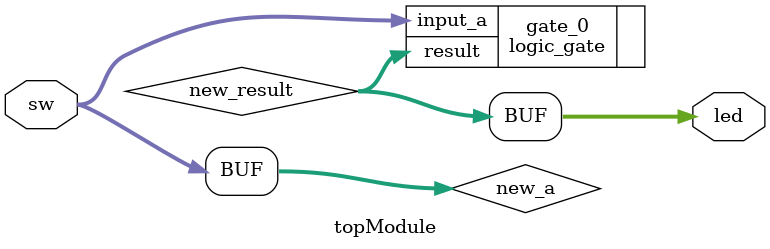
<source format=v>
`timescale 1ns / 1ps


module topModule(
input [1:0] sw,
output [3:0] led
    );
    
    wire [1:0]new_a;
    wire [3:0]new_result;
    
    assign new_a[1] = sw[1];
    assign new_a[0] = sw[0];
    assign led[3] = new_result[3];
    assign led[2] = new_result[2];
    assign led[1] = new_result[1];
    assign led[0] = new_result[0];
    
    logic_gate gate_0(
    .input_a(new_a),
    .result(new_result)
    );
endmodule

</source>
